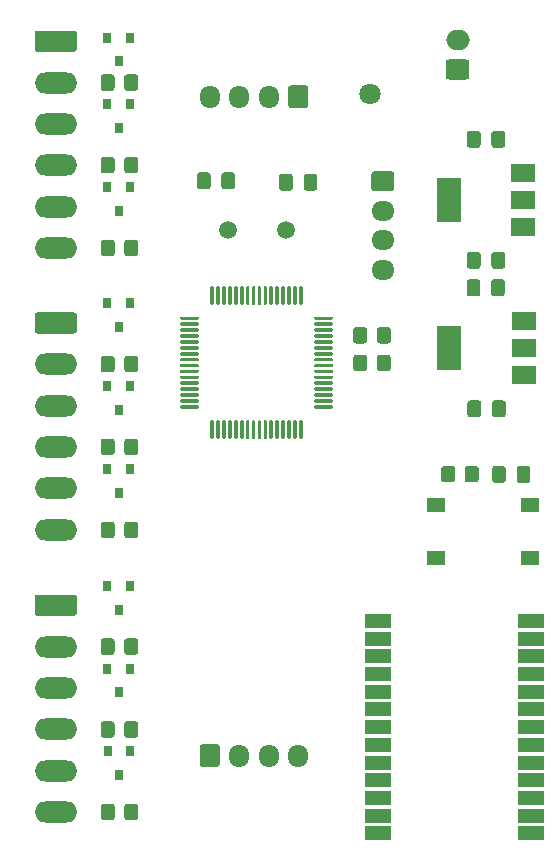
<source format=gbr>
G04 #@! TF.GenerationSoftware,KiCad,Pcbnew,5.1.9*
G04 #@! TF.CreationDate,2021-03-06T22:13:27+08:00*
G04 #@! TF.ProjectId,LaserSwitch-Master,4c617365-7253-4776-9974-63682d4d6173,rev?*
G04 #@! TF.SameCoordinates,Original*
G04 #@! TF.FileFunction,Soldermask,Top*
G04 #@! TF.FilePolarity,Negative*
%FSLAX46Y46*%
G04 Gerber Fmt 4.6, Leading zero omitted, Abs format (unit mm)*
G04 Created by KiCad (PCBNEW 5.1.9) date 2021-03-06 22:13:27*
%MOMM*%
%LPD*%
G01*
G04 APERTURE LIST*
%ADD10C,1.800000*%
%ADD11O,2.000000X1.700000*%
%ADD12C,1.500000*%
%ADD13R,2.200000X1.200000*%
%ADD14R,2.000000X1.500000*%
%ADD15R,2.000000X3.800000*%
%ADD16R,1.550000X1.300000*%
%ADD17R,0.800000X0.900000*%
%ADD18O,3.600000X1.800000*%
%ADD19O,1.700000X1.950000*%
%ADD20O,1.950000X1.700000*%
G04 APERTURE END LIST*
D10*
G04 #@! TO.C,TP1*
X136677400Y-72517000D03*
G04 #@! TD*
G04 #@! TO.C,R11*
G36*
G01*
X137280600Y-93388601D02*
X137280600Y-92488599D01*
G75*
G02*
X137530599Y-92238600I249999J0D01*
G01*
X138230601Y-92238600D01*
G75*
G02*
X138480600Y-92488599I0J-249999D01*
G01*
X138480600Y-93388601D01*
G75*
G02*
X138230601Y-93638600I-249999J0D01*
G01*
X137530599Y-93638600D01*
G75*
G02*
X137280600Y-93388601I0J249999D01*
G01*
G37*
G36*
G01*
X135280600Y-93388601D02*
X135280600Y-92488599D01*
G75*
G02*
X135530599Y-92238600I249999J0D01*
G01*
X136230601Y-92238600D01*
G75*
G02*
X136480600Y-92488599I0J-249999D01*
G01*
X136480600Y-93388601D01*
G75*
G02*
X136230601Y-93638600I-249999J0D01*
G01*
X135530599Y-93638600D01*
G75*
G02*
X135280600Y-93388601I0J249999D01*
G01*
G37*
G04 #@! TD*
D11*
G04 #@! TO.C,J7*
X144119600Y-67934200D03*
G36*
G01*
X144869600Y-71284200D02*
X143369600Y-71284200D01*
G75*
G02*
X143119600Y-71034200I0J250000D01*
G01*
X143119600Y-69834200D01*
G75*
G02*
X143369600Y-69584200I250000J0D01*
G01*
X144869600Y-69584200D01*
G75*
G02*
X145119600Y-69834200I0J-250000D01*
G01*
X145119600Y-71034200D01*
G75*
G02*
X144869600Y-71284200I-250000J0D01*
G01*
G37*
G04 #@! TD*
G04 #@! TO.C,R12*
G36*
G01*
X136480600Y-94825399D02*
X136480600Y-95725401D01*
G75*
G02*
X136230601Y-95975400I-249999J0D01*
G01*
X135530599Y-95975400D01*
G75*
G02*
X135280600Y-95725401I0J249999D01*
G01*
X135280600Y-94825399D01*
G75*
G02*
X135530599Y-94575400I249999J0D01*
G01*
X136230601Y-94575400D01*
G75*
G02*
X136480600Y-94825399I0J-249999D01*
G01*
G37*
G36*
G01*
X138480600Y-94825399D02*
X138480600Y-95725401D01*
G75*
G02*
X138230601Y-95975400I-249999J0D01*
G01*
X137530599Y-95975400D01*
G75*
G02*
X137280600Y-95725401I0J249999D01*
G01*
X137280600Y-94825399D01*
G75*
G02*
X137530599Y-94575400I249999J0D01*
G01*
X138230601Y-94575400D01*
G75*
G02*
X138480600Y-94825399I0J-249999D01*
G01*
G37*
G04 #@! TD*
D12*
G04 #@! TO.C,Y1*
X124710800Y-84023200D03*
X129590800Y-84023200D03*
G04 #@! TD*
G04 #@! TO.C,U4*
G36*
G01*
X132076600Y-91350000D02*
X133476600Y-91350000D01*
G75*
G02*
X133551600Y-91425000I0J-75000D01*
G01*
X133551600Y-91575000D01*
G75*
G02*
X133476600Y-91650000I-75000J0D01*
G01*
X132076600Y-91650000D01*
G75*
G02*
X132001600Y-91575000I0J75000D01*
G01*
X132001600Y-91425000D01*
G75*
G02*
X132076600Y-91350000I75000J0D01*
G01*
G37*
G36*
G01*
X132076600Y-91850000D02*
X133476600Y-91850000D01*
G75*
G02*
X133551600Y-91925000I0J-75000D01*
G01*
X133551600Y-92075000D01*
G75*
G02*
X133476600Y-92150000I-75000J0D01*
G01*
X132076600Y-92150000D01*
G75*
G02*
X132001600Y-92075000I0J75000D01*
G01*
X132001600Y-91925000D01*
G75*
G02*
X132076600Y-91850000I75000J0D01*
G01*
G37*
G36*
G01*
X132076600Y-92350000D02*
X133476600Y-92350000D01*
G75*
G02*
X133551600Y-92425000I0J-75000D01*
G01*
X133551600Y-92575000D01*
G75*
G02*
X133476600Y-92650000I-75000J0D01*
G01*
X132076600Y-92650000D01*
G75*
G02*
X132001600Y-92575000I0J75000D01*
G01*
X132001600Y-92425000D01*
G75*
G02*
X132076600Y-92350000I75000J0D01*
G01*
G37*
G36*
G01*
X132076600Y-92850000D02*
X133476600Y-92850000D01*
G75*
G02*
X133551600Y-92925000I0J-75000D01*
G01*
X133551600Y-93075000D01*
G75*
G02*
X133476600Y-93150000I-75000J0D01*
G01*
X132076600Y-93150000D01*
G75*
G02*
X132001600Y-93075000I0J75000D01*
G01*
X132001600Y-92925000D01*
G75*
G02*
X132076600Y-92850000I75000J0D01*
G01*
G37*
G36*
G01*
X132076600Y-93350000D02*
X133476600Y-93350000D01*
G75*
G02*
X133551600Y-93425000I0J-75000D01*
G01*
X133551600Y-93575000D01*
G75*
G02*
X133476600Y-93650000I-75000J0D01*
G01*
X132076600Y-93650000D01*
G75*
G02*
X132001600Y-93575000I0J75000D01*
G01*
X132001600Y-93425000D01*
G75*
G02*
X132076600Y-93350000I75000J0D01*
G01*
G37*
G36*
G01*
X132076600Y-93850000D02*
X133476600Y-93850000D01*
G75*
G02*
X133551600Y-93925000I0J-75000D01*
G01*
X133551600Y-94075000D01*
G75*
G02*
X133476600Y-94150000I-75000J0D01*
G01*
X132076600Y-94150000D01*
G75*
G02*
X132001600Y-94075000I0J75000D01*
G01*
X132001600Y-93925000D01*
G75*
G02*
X132076600Y-93850000I75000J0D01*
G01*
G37*
G36*
G01*
X132076600Y-94350000D02*
X133476600Y-94350000D01*
G75*
G02*
X133551600Y-94425000I0J-75000D01*
G01*
X133551600Y-94575000D01*
G75*
G02*
X133476600Y-94650000I-75000J0D01*
G01*
X132076600Y-94650000D01*
G75*
G02*
X132001600Y-94575000I0J75000D01*
G01*
X132001600Y-94425000D01*
G75*
G02*
X132076600Y-94350000I75000J0D01*
G01*
G37*
G36*
G01*
X132076600Y-94850000D02*
X133476600Y-94850000D01*
G75*
G02*
X133551600Y-94925000I0J-75000D01*
G01*
X133551600Y-95075000D01*
G75*
G02*
X133476600Y-95150000I-75000J0D01*
G01*
X132076600Y-95150000D01*
G75*
G02*
X132001600Y-95075000I0J75000D01*
G01*
X132001600Y-94925000D01*
G75*
G02*
X132076600Y-94850000I75000J0D01*
G01*
G37*
G36*
G01*
X132076600Y-95350000D02*
X133476600Y-95350000D01*
G75*
G02*
X133551600Y-95425000I0J-75000D01*
G01*
X133551600Y-95575000D01*
G75*
G02*
X133476600Y-95650000I-75000J0D01*
G01*
X132076600Y-95650000D01*
G75*
G02*
X132001600Y-95575000I0J75000D01*
G01*
X132001600Y-95425000D01*
G75*
G02*
X132076600Y-95350000I75000J0D01*
G01*
G37*
G36*
G01*
X132076600Y-95850000D02*
X133476600Y-95850000D01*
G75*
G02*
X133551600Y-95925000I0J-75000D01*
G01*
X133551600Y-96075000D01*
G75*
G02*
X133476600Y-96150000I-75000J0D01*
G01*
X132076600Y-96150000D01*
G75*
G02*
X132001600Y-96075000I0J75000D01*
G01*
X132001600Y-95925000D01*
G75*
G02*
X132076600Y-95850000I75000J0D01*
G01*
G37*
G36*
G01*
X132076600Y-96350000D02*
X133476600Y-96350000D01*
G75*
G02*
X133551600Y-96425000I0J-75000D01*
G01*
X133551600Y-96575000D01*
G75*
G02*
X133476600Y-96650000I-75000J0D01*
G01*
X132076600Y-96650000D01*
G75*
G02*
X132001600Y-96575000I0J75000D01*
G01*
X132001600Y-96425000D01*
G75*
G02*
X132076600Y-96350000I75000J0D01*
G01*
G37*
G36*
G01*
X132076600Y-96850000D02*
X133476600Y-96850000D01*
G75*
G02*
X133551600Y-96925000I0J-75000D01*
G01*
X133551600Y-97075000D01*
G75*
G02*
X133476600Y-97150000I-75000J0D01*
G01*
X132076600Y-97150000D01*
G75*
G02*
X132001600Y-97075000I0J75000D01*
G01*
X132001600Y-96925000D01*
G75*
G02*
X132076600Y-96850000I75000J0D01*
G01*
G37*
G36*
G01*
X132076600Y-97350000D02*
X133476600Y-97350000D01*
G75*
G02*
X133551600Y-97425000I0J-75000D01*
G01*
X133551600Y-97575000D01*
G75*
G02*
X133476600Y-97650000I-75000J0D01*
G01*
X132076600Y-97650000D01*
G75*
G02*
X132001600Y-97575000I0J75000D01*
G01*
X132001600Y-97425000D01*
G75*
G02*
X132076600Y-97350000I75000J0D01*
G01*
G37*
G36*
G01*
X132076600Y-97850000D02*
X133476600Y-97850000D01*
G75*
G02*
X133551600Y-97925000I0J-75000D01*
G01*
X133551600Y-98075000D01*
G75*
G02*
X133476600Y-98150000I-75000J0D01*
G01*
X132076600Y-98150000D01*
G75*
G02*
X132001600Y-98075000I0J75000D01*
G01*
X132001600Y-97925000D01*
G75*
G02*
X132076600Y-97850000I75000J0D01*
G01*
G37*
G36*
G01*
X132076600Y-98350000D02*
X133476600Y-98350000D01*
G75*
G02*
X133551600Y-98425000I0J-75000D01*
G01*
X133551600Y-98575000D01*
G75*
G02*
X133476600Y-98650000I-75000J0D01*
G01*
X132076600Y-98650000D01*
G75*
G02*
X132001600Y-98575000I0J75000D01*
G01*
X132001600Y-98425000D01*
G75*
G02*
X132076600Y-98350000I75000J0D01*
G01*
G37*
G36*
G01*
X132076600Y-98850000D02*
X133476600Y-98850000D01*
G75*
G02*
X133551600Y-98925000I0J-75000D01*
G01*
X133551600Y-99075000D01*
G75*
G02*
X133476600Y-99150000I-75000J0D01*
G01*
X132076600Y-99150000D01*
G75*
G02*
X132001600Y-99075000I0J75000D01*
G01*
X132001600Y-98925000D01*
G75*
G02*
X132076600Y-98850000I75000J0D01*
G01*
G37*
G36*
G01*
X130776600Y-100150000D02*
X130926600Y-100150000D01*
G75*
G02*
X131001600Y-100225000I0J-75000D01*
G01*
X131001600Y-101625000D01*
G75*
G02*
X130926600Y-101700000I-75000J0D01*
G01*
X130776600Y-101700000D01*
G75*
G02*
X130701600Y-101625000I0J75000D01*
G01*
X130701600Y-100225000D01*
G75*
G02*
X130776600Y-100150000I75000J0D01*
G01*
G37*
G36*
G01*
X130276600Y-100150000D02*
X130426600Y-100150000D01*
G75*
G02*
X130501600Y-100225000I0J-75000D01*
G01*
X130501600Y-101625000D01*
G75*
G02*
X130426600Y-101700000I-75000J0D01*
G01*
X130276600Y-101700000D01*
G75*
G02*
X130201600Y-101625000I0J75000D01*
G01*
X130201600Y-100225000D01*
G75*
G02*
X130276600Y-100150000I75000J0D01*
G01*
G37*
G36*
G01*
X129776600Y-100150000D02*
X129926600Y-100150000D01*
G75*
G02*
X130001600Y-100225000I0J-75000D01*
G01*
X130001600Y-101625000D01*
G75*
G02*
X129926600Y-101700000I-75000J0D01*
G01*
X129776600Y-101700000D01*
G75*
G02*
X129701600Y-101625000I0J75000D01*
G01*
X129701600Y-100225000D01*
G75*
G02*
X129776600Y-100150000I75000J0D01*
G01*
G37*
G36*
G01*
X129276600Y-100150000D02*
X129426600Y-100150000D01*
G75*
G02*
X129501600Y-100225000I0J-75000D01*
G01*
X129501600Y-101625000D01*
G75*
G02*
X129426600Y-101700000I-75000J0D01*
G01*
X129276600Y-101700000D01*
G75*
G02*
X129201600Y-101625000I0J75000D01*
G01*
X129201600Y-100225000D01*
G75*
G02*
X129276600Y-100150000I75000J0D01*
G01*
G37*
G36*
G01*
X128776600Y-100150000D02*
X128926600Y-100150000D01*
G75*
G02*
X129001600Y-100225000I0J-75000D01*
G01*
X129001600Y-101625000D01*
G75*
G02*
X128926600Y-101700000I-75000J0D01*
G01*
X128776600Y-101700000D01*
G75*
G02*
X128701600Y-101625000I0J75000D01*
G01*
X128701600Y-100225000D01*
G75*
G02*
X128776600Y-100150000I75000J0D01*
G01*
G37*
G36*
G01*
X128276600Y-100150000D02*
X128426600Y-100150000D01*
G75*
G02*
X128501600Y-100225000I0J-75000D01*
G01*
X128501600Y-101625000D01*
G75*
G02*
X128426600Y-101700000I-75000J0D01*
G01*
X128276600Y-101700000D01*
G75*
G02*
X128201600Y-101625000I0J75000D01*
G01*
X128201600Y-100225000D01*
G75*
G02*
X128276600Y-100150000I75000J0D01*
G01*
G37*
G36*
G01*
X127776600Y-100150000D02*
X127926600Y-100150000D01*
G75*
G02*
X128001600Y-100225000I0J-75000D01*
G01*
X128001600Y-101625000D01*
G75*
G02*
X127926600Y-101700000I-75000J0D01*
G01*
X127776600Y-101700000D01*
G75*
G02*
X127701600Y-101625000I0J75000D01*
G01*
X127701600Y-100225000D01*
G75*
G02*
X127776600Y-100150000I75000J0D01*
G01*
G37*
G36*
G01*
X127276600Y-100150000D02*
X127426600Y-100150000D01*
G75*
G02*
X127501600Y-100225000I0J-75000D01*
G01*
X127501600Y-101625000D01*
G75*
G02*
X127426600Y-101700000I-75000J0D01*
G01*
X127276600Y-101700000D01*
G75*
G02*
X127201600Y-101625000I0J75000D01*
G01*
X127201600Y-100225000D01*
G75*
G02*
X127276600Y-100150000I75000J0D01*
G01*
G37*
G36*
G01*
X126776600Y-100150000D02*
X126926600Y-100150000D01*
G75*
G02*
X127001600Y-100225000I0J-75000D01*
G01*
X127001600Y-101625000D01*
G75*
G02*
X126926600Y-101700000I-75000J0D01*
G01*
X126776600Y-101700000D01*
G75*
G02*
X126701600Y-101625000I0J75000D01*
G01*
X126701600Y-100225000D01*
G75*
G02*
X126776600Y-100150000I75000J0D01*
G01*
G37*
G36*
G01*
X126276600Y-100150000D02*
X126426600Y-100150000D01*
G75*
G02*
X126501600Y-100225000I0J-75000D01*
G01*
X126501600Y-101625000D01*
G75*
G02*
X126426600Y-101700000I-75000J0D01*
G01*
X126276600Y-101700000D01*
G75*
G02*
X126201600Y-101625000I0J75000D01*
G01*
X126201600Y-100225000D01*
G75*
G02*
X126276600Y-100150000I75000J0D01*
G01*
G37*
G36*
G01*
X125776600Y-100150000D02*
X125926600Y-100150000D01*
G75*
G02*
X126001600Y-100225000I0J-75000D01*
G01*
X126001600Y-101625000D01*
G75*
G02*
X125926600Y-101700000I-75000J0D01*
G01*
X125776600Y-101700000D01*
G75*
G02*
X125701600Y-101625000I0J75000D01*
G01*
X125701600Y-100225000D01*
G75*
G02*
X125776600Y-100150000I75000J0D01*
G01*
G37*
G36*
G01*
X125276600Y-100150000D02*
X125426600Y-100150000D01*
G75*
G02*
X125501600Y-100225000I0J-75000D01*
G01*
X125501600Y-101625000D01*
G75*
G02*
X125426600Y-101700000I-75000J0D01*
G01*
X125276600Y-101700000D01*
G75*
G02*
X125201600Y-101625000I0J75000D01*
G01*
X125201600Y-100225000D01*
G75*
G02*
X125276600Y-100150000I75000J0D01*
G01*
G37*
G36*
G01*
X124776600Y-100150000D02*
X124926600Y-100150000D01*
G75*
G02*
X125001600Y-100225000I0J-75000D01*
G01*
X125001600Y-101625000D01*
G75*
G02*
X124926600Y-101700000I-75000J0D01*
G01*
X124776600Y-101700000D01*
G75*
G02*
X124701600Y-101625000I0J75000D01*
G01*
X124701600Y-100225000D01*
G75*
G02*
X124776600Y-100150000I75000J0D01*
G01*
G37*
G36*
G01*
X124276600Y-100150000D02*
X124426600Y-100150000D01*
G75*
G02*
X124501600Y-100225000I0J-75000D01*
G01*
X124501600Y-101625000D01*
G75*
G02*
X124426600Y-101700000I-75000J0D01*
G01*
X124276600Y-101700000D01*
G75*
G02*
X124201600Y-101625000I0J75000D01*
G01*
X124201600Y-100225000D01*
G75*
G02*
X124276600Y-100150000I75000J0D01*
G01*
G37*
G36*
G01*
X123776600Y-100150000D02*
X123926600Y-100150000D01*
G75*
G02*
X124001600Y-100225000I0J-75000D01*
G01*
X124001600Y-101625000D01*
G75*
G02*
X123926600Y-101700000I-75000J0D01*
G01*
X123776600Y-101700000D01*
G75*
G02*
X123701600Y-101625000I0J75000D01*
G01*
X123701600Y-100225000D01*
G75*
G02*
X123776600Y-100150000I75000J0D01*
G01*
G37*
G36*
G01*
X123276600Y-100150000D02*
X123426600Y-100150000D01*
G75*
G02*
X123501600Y-100225000I0J-75000D01*
G01*
X123501600Y-101625000D01*
G75*
G02*
X123426600Y-101700000I-75000J0D01*
G01*
X123276600Y-101700000D01*
G75*
G02*
X123201600Y-101625000I0J75000D01*
G01*
X123201600Y-100225000D01*
G75*
G02*
X123276600Y-100150000I75000J0D01*
G01*
G37*
G36*
G01*
X120726600Y-98850000D02*
X122126600Y-98850000D01*
G75*
G02*
X122201600Y-98925000I0J-75000D01*
G01*
X122201600Y-99075000D01*
G75*
G02*
X122126600Y-99150000I-75000J0D01*
G01*
X120726600Y-99150000D01*
G75*
G02*
X120651600Y-99075000I0J75000D01*
G01*
X120651600Y-98925000D01*
G75*
G02*
X120726600Y-98850000I75000J0D01*
G01*
G37*
G36*
G01*
X120726600Y-98350000D02*
X122126600Y-98350000D01*
G75*
G02*
X122201600Y-98425000I0J-75000D01*
G01*
X122201600Y-98575000D01*
G75*
G02*
X122126600Y-98650000I-75000J0D01*
G01*
X120726600Y-98650000D01*
G75*
G02*
X120651600Y-98575000I0J75000D01*
G01*
X120651600Y-98425000D01*
G75*
G02*
X120726600Y-98350000I75000J0D01*
G01*
G37*
G36*
G01*
X120726600Y-97850000D02*
X122126600Y-97850000D01*
G75*
G02*
X122201600Y-97925000I0J-75000D01*
G01*
X122201600Y-98075000D01*
G75*
G02*
X122126600Y-98150000I-75000J0D01*
G01*
X120726600Y-98150000D01*
G75*
G02*
X120651600Y-98075000I0J75000D01*
G01*
X120651600Y-97925000D01*
G75*
G02*
X120726600Y-97850000I75000J0D01*
G01*
G37*
G36*
G01*
X120726600Y-97350000D02*
X122126600Y-97350000D01*
G75*
G02*
X122201600Y-97425000I0J-75000D01*
G01*
X122201600Y-97575000D01*
G75*
G02*
X122126600Y-97650000I-75000J0D01*
G01*
X120726600Y-97650000D01*
G75*
G02*
X120651600Y-97575000I0J75000D01*
G01*
X120651600Y-97425000D01*
G75*
G02*
X120726600Y-97350000I75000J0D01*
G01*
G37*
G36*
G01*
X120726600Y-96850000D02*
X122126600Y-96850000D01*
G75*
G02*
X122201600Y-96925000I0J-75000D01*
G01*
X122201600Y-97075000D01*
G75*
G02*
X122126600Y-97150000I-75000J0D01*
G01*
X120726600Y-97150000D01*
G75*
G02*
X120651600Y-97075000I0J75000D01*
G01*
X120651600Y-96925000D01*
G75*
G02*
X120726600Y-96850000I75000J0D01*
G01*
G37*
G36*
G01*
X120726600Y-96350000D02*
X122126600Y-96350000D01*
G75*
G02*
X122201600Y-96425000I0J-75000D01*
G01*
X122201600Y-96575000D01*
G75*
G02*
X122126600Y-96650000I-75000J0D01*
G01*
X120726600Y-96650000D01*
G75*
G02*
X120651600Y-96575000I0J75000D01*
G01*
X120651600Y-96425000D01*
G75*
G02*
X120726600Y-96350000I75000J0D01*
G01*
G37*
G36*
G01*
X120726600Y-95850000D02*
X122126600Y-95850000D01*
G75*
G02*
X122201600Y-95925000I0J-75000D01*
G01*
X122201600Y-96075000D01*
G75*
G02*
X122126600Y-96150000I-75000J0D01*
G01*
X120726600Y-96150000D01*
G75*
G02*
X120651600Y-96075000I0J75000D01*
G01*
X120651600Y-95925000D01*
G75*
G02*
X120726600Y-95850000I75000J0D01*
G01*
G37*
G36*
G01*
X120726600Y-95350000D02*
X122126600Y-95350000D01*
G75*
G02*
X122201600Y-95425000I0J-75000D01*
G01*
X122201600Y-95575000D01*
G75*
G02*
X122126600Y-95650000I-75000J0D01*
G01*
X120726600Y-95650000D01*
G75*
G02*
X120651600Y-95575000I0J75000D01*
G01*
X120651600Y-95425000D01*
G75*
G02*
X120726600Y-95350000I75000J0D01*
G01*
G37*
G36*
G01*
X120726600Y-94850000D02*
X122126600Y-94850000D01*
G75*
G02*
X122201600Y-94925000I0J-75000D01*
G01*
X122201600Y-95075000D01*
G75*
G02*
X122126600Y-95150000I-75000J0D01*
G01*
X120726600Y-95150000D01*
G75*
G02*
X120651600Y-95075000I0J75000D01*
G01*
X120651600Y-94925000D01*
G75*
G02*
X120726600Y-94850000I75000J0D01*
G01*
G37*
G36*
G01*
X120726600Y-94350000D02*
X122126600Y-94350000D01*
G75*
G02*
X122201600Y-94425000I0J-75000D01*
G01*
X122201600Y-94575000D01*
G75*
G02*
X122126600Y-94650000I-75000J0D01*
G01*
X120726600Y-94650000D01*
G75*
G02*
X120651600Y-94575000I0J75000D01*
G01*
X120651600Y-94425000D01*
G75*
G02*
X120726600Y-94350000I75000J0D01*
G01*
G37*
G36*
G01*
X120726600Y-93850000D02*
X122126600Y-93850000D01*
G75*
G02*
X122201600Y-93925000I0J-75000D01*
G01*
X122201600Y-94075000D01*
G75*
G02*
X122126600Y-94150000I-75000J0D01*
G01*
X120726600Y-94150000D01*
G75*
G02*
X120651600Y-94075000I0J75000D01*
G01*
X120651600Y-93925000D01*
G75*
G02*
X120726600Y-93850000I75000J0D01*
G01*
G37*
G36*
G01*
X120726600Y-93350000D02*
X122126600Y-93350000D01*
G75*
G02*
X122201600Y-93425000I0J-75000D01*
G01*
X122201600Y-93575000D01*
G75*
G02*
X122126600Y-93650000I-75000J0D01*
G01*
X120726600Y-93650000D01*
G75*
G02*
X120651600Y-93575000I0J75000D01*
G01*
X120651600Y-93425000D01*
G75*
G02*
X120726600Y-93350000I75000J0D01*
G01*
G37*
G36*
G01*
X120726600Y-92850000D02*
X122126600Y-92850000D01*
G75*
G02*
X122201600Y-92925000I0J-75000D01*
G01*
X122201600Y-93075000D01*
G75*
G02*
X122126600Y-93150000I-75000J0D01*
G01*
X120726600Y-93150000D01*
G75*
G02*
X120651600Y-93075000I0J75000D01*
G01*
X120651600Y-92925000D01*
G75*
G02*
X120726600Y-92850000I75000J0D01*
G01*
G37*
G36*
G01*
X120726600Y-92350000D02*
X122126600Y-92350000D01*
G75*
G02*
X122201600Y-92425000I0J-75000D01*
G01*
X122201600Y-92575000D01*
G75*
G02*
X122126600Y-92650000I-75000J0D01*
G01*
X120726600Y-92650000D01*
G75*
G02*
X120651600Y-92575000I0J75000D01*
G01*
X120651600Y-92425000D01*
G75*
G02*
X120726600Y-92350000I75000J0D01*
G01*
G37*
G36*
G01*
X120726600Y-91850000D02*
X122126600Y-91850000D01*
G75*
G02*
X122201600Y-91925000I0J-75000D01*
G01*
X122201600Y-92075000D01*
G75*
G02*
X122126600Y-92150000I-75000J0D01*
G01*
X120726600Y-92150000D01*
G75*
G02*
X120651600Y-92075000I0J75000D01*
G01*
X120651600Y-91925000D01*
G75*
G02*
X120726600Y-91850000I75000J0D01*
G01*
G37*
G36*
G01*
X120726600Y-91350000D02*
X122126600Y-91350000D01*
G75*
G02*
X122201600Y-91425000I0J-75000D01*
G01*
X122201600Y-91575000D01*
G75*
G02*
X122126600Y-91650000I-75000J0D01*
G01*
X120726600Y-91650000D01*
G75*
G02*
X120651600Y-91575000I0J75000D01*
G01*
X120651600Y-91425000D01*
G75*
G02*
X120726600Y-91350000I75000J0D01*
G01*
G37*
G36*
G01*
X123276600Y-88800000D02*
X123426600Y-88800000D01*
G75*
G02*
X123501600Y-88875000I0J-75000D01*
G01*
X123501600Y-90275000D01*
G75*
G02*
X123426600Y-90350000I-75000J0D01*
G01*
X123276600Y-90350000D01*
G75*
G02*
X123201600Y-90275000I0J75000D01*
G01*
X123201600Y-88875000D01*
G75*
G02*
X123276600Y-88800000I75000J0D01*
G01*
G37*
G36*
G01*
X123776600Y-88800000D02*
X123926600Y-88800000D01*
G75*
G02*
X124001600Y-88875000I0J-75000D01*
G01*
X124001600Y-90275000D01*
G75*
G02*
X123926600Y-90350000I-75000J0D01*
G01*
X123776600Y-90350000D01*
G75*
G02*
X123701600Y-90275000I0J75000D01*
G01*
X123701600Y-88875000D01*
G75*
G02*
X123776600Y-88800000I75000J0D01*
G01*
G37*
G36*
G01*
X124276600Y-88800000D02*
X124426600Y-88800000D01*
G75*
G02*
X124501600Y-88875000I0J-75000D01*
G01*
X124501600Y-90275000D01*
G75*
G02*
X124426600Y-90350000I-75000J0D01*
G01*
X124276600Y-90350000D01*
G75*
G02*
X124201600Y-90275000I0J75000D01*
G01*
X124201600Y-88875000D01*
G75*
G02*
X124276600Y-88800000I75000J0D01*
G01*
G37*
G36*
G01*
X124776600Y-88800000D02*
X124926600Y-88800000D01*
G75*
G02*
X125001600Y-88875000I0J-75000D01*
G01*
X125001600Y-90275000D01*
G75*
G02*
X124926600Y-90350000I-75000J0D01*
G01*
X124776600Y-90350000D01*
G75*
G02*
X124701600Y-90275000I0J75000D01*
G01*
X124701600Y-88875000D01*
G75*
G02*
X124776600Y-88800000I75000J0D01*
G01*
G37*
G36*
G01*
X125276600Y-88800000D02*
X125426600Y-88800000D01*
G75*
G02*
X125501600Y-88875000I0J-75000D01*
G01*
X125501600Y-90275000D01*
G75*
G02*
X125426600Y-90350000I-75000J0D01*
G01*
X125276600Y-90350000D01*
G75*
G02*
X125201600Y-90275000I0J75000D01*
G01*
X125201600Y-88875000D01*
G75*
G02*
X125276600Y-88800000I75000J0D01*
G01*
G37*
G36*
G01*
X125776600Y-88800000D02*
X125926600Y-88800000D01*
G75*
G02*
X126001600Y-88875000I0J-75000D01*
G01*
X126001600Y-90275000D01*
G75*
G02*
X125926600Y-90350000I-75000J0D01*
G01*
X125776600Y-90350000D01*
G75*
G02*
X125701600Y-90275000I0J75000D01*
G01*
X125701600Y-88875000D01*
G75*
G02*
X125776600Y-88800000I75000J0D01*
G01*
G37*
G36*
G01*
X126276600Y-88800000D02*
X126426600Y-88800000D01*
G75*
G02*
X126501600Y-88875000I0J-75000D01*
G01*
X126501600Y-90275000D01*
G75*
G02*
X126426600Y-90350000I-75000J0D01*
G01*
X126276600Y-90350000D01*
G75*
G02*
X126201600Y-90275000I0J75000D01*
G01*
X126201600Y-88875000D01*
G75*
G02*
X126276600Y-88800000I75000J0D01*
G01*
G37*
G36*
G01*
X126776600Y-88800000D02*
X126926600Y-88800000D01*
G75*
G02*
X127001600Y-88875000I0J-75000D01*
G01*
X127001600Y-90275000D01*
G75*
G02*
X126926600Y-90350000I-75000J0D01*
G01*
X126776600Y-90350000D01*
G75*
G02*
X126701600Y-90275000I0J75000D01*
G01*
X126701600Y-88875000D01*
G75*
G02*
X126776600Y-88800000I75000J0D01*
G01*
G37*
G36*
G01*
X127276600Y-88800000D02*
X127426600Y-88800000D01*
G75*
G02*
X127501600Y-88875000I0J-75000D01*
G01*
X127501600Y-90275000D01*
G75*
G02*
X127426600Y-90350000I-75000J0D01*
G01*
X127276600Y-90350000D01*
G75*
G02*
X127201600Y-90275000I0J75000D01*
G01*
X127201600Y-88875000D01*
G75*
G02*
X127276600Y-88800000I75000J0D01*
G01*
G37*
G36*
G01*
X127776600Y-88800000D02*
X127926600Y-88800000D01*
G75*
G02*
X128001600Y-88875000I0J-75000D01*
G01*
X128001600Y-90275000D01*
G75*
G02*
X127926600Y-90350000I-75000J0D01*
G01*
X127776600Y-90350000D01*
G75*
G02*
X127701600Y-90275000I0J75000D01*
G01*
X127701600Y-88875000D01*
G75*
G02*
X127776600Y-88800000I75000J0D01*
G01*
G37*
G36*
G01*
X128276600Y-88800000D02*
X128426600Y-88800000D01*
G75*
G02*
X128501600Y-88875000I0J-75000D01*
G01*
X128501600Y-90275000D01*
G75*
G02*
X128426600Y-90350000I-75000J0D01*
G01*
X128276600Y-90350000D01*
G75*
G02*
X128201600Y-90275000I0J75000D01*
G01*
X128201600Y-88875000D01*
G75*
G02*
X128276600Y-88800000I75000J0D01*
G01*
G37*
G36*
G01*
X128776600Y-88800000D02*
X128926600Y-88800000D01*
G75*
G02*
X129001600Y-88875000I0J-75000D01*
G01*
X129001600Y-90275000D01*
G75*
G02*
X128926600Y-90350000I-75000J0D01*
G01*
X128776600Y-90350000D01*
G75*
G02*
X128701600Y-90275000I0J75000D01*
G01*
X128701600Y-88875000D01*
G75*
G02*
X128776600Y-88800000I75000J0D01*
G01*
G37*
G36*
G01*
X129276600Y-88800000D02*
X129426600Y-88800000D01*
G75*
G02*
X129501600Y-88875000I0J-75000D01*
G01*
X129501600Y-90275000D01*
G75*
G02*
X129426600Y-90350000I-75000J0D01*
G01*
X129276600Y-90350000D01*
G75*
G02*
X129201600Y-90275000I0J75000D01*
G01*
X129201600Y-88875000D01*
G75*
G02*
X129276600Y-88800000I75000J0D01*
G01*
G37*
G36*
G01*
X129776600Y-88800000D02*
X129926600Y-88800000D01*
G75*
G02*
X130001600Y-88875000I0J-75000D01*
G01*
X130001600Y-90275000D01*
G75*
G02*
X129926600Y-90350000I-75000J0D01*
G01*
X129776600Y-90350000D01*
G75*
G02*
X129701600Y-90275000I0J75000D01*
G01*
X129701600Y-88875000D01*
G75*
G02*
X129776600Y-88800000I75000J0D01*
G01*
G37*
G36*
G01*
X130276600Y-88800000D02*
X130426600Y-88800000D01*
G75*
G02*
X130501600Y-88875000I0J-75000D01*
G01*
X130501600Y-90275000D01*
G75*
G02*
X130426600Y-90350000I-75000J0D01*
G01*
X130276600Y-90350000D01*
G75*
G02*
X130201600Y-90275000I0J75000D01*
G01*
X130201600Y-88875000D01*
G75*
G02*
X130276600Y-88800000I75000J0D01*
G01*
G37*
G36*
G01*
X130776600Y-88800000D02*
X130926600Y-88800000D01*
G75*
G02*
X131001600Y-88875000I0J-75000D01*
G01*
X131001600Y-90275000D01*
G75*
G02*
X130926600Y-90350000I-75000J0D01*
G01*
X130776600Y-90350000D01*
G75*
G02*
X130701600Y-90275000I0J75000D01*
G01*
X130701600Y-88875000D01*
G75*
G02*
X130776600Y-88800000I75000J0D01*
G01*
G37*
G04 #@! TD*
D13*
G04 #@! TO.C,U3*
X150365600Y-117111000D03*
X137365600Y-117111000D03*
X150365600Y-118611000D03*
X137365600Y-118611000D03*
X150365600Y-120111000D03*
X137365600Y-120111000D03*
X150365600Y-121611000D03*
X137365600Y-121611000D03*
X150365600Y-123111000D03*
X137365600Y-123111000D03*
X150365600Y-124611000D03*
X137365600Y-124611000D03*
X150365600Y-126111000D03*
X137365600Y-126111000D03*
X150365600Y-127611000D03*
X137365600Y-127611000D03*
X150365600Y-129111000D03*
X137365600Y-129111000D03*
X150365600Y-130611000D03*
X137365600Y-130611000D03*
X150365600Y-132111000D03*
X137365600Y-132111000D03*
X150365600Y-133611000D03*
X137365600Y-133611000D03*
X150365600Y-135111000D03*
X137365600Y-135111000D03*
G04 #@! TD*
D14*
G04 #@! TO.C,U2*
X149733400Y-96340200D03*
X149733400Y-91740200D03*
X149733400Y-94040200D03*
D15*
X143433400Y-94040200D03*
G04 #@! TD*
D14*
G04 #@! TO.C,U1*
X149682600Y-83773800D03*
X149682600Y-79173800D03*
X149682600Y-81473800D03*
D15*
X143382600Y-81473800D03*
G04 #@! TD*
D16*
G04 #@! TO.C,SW1*
X150233600Y-111824600D03*
X150233600Y-107324600D03*
X142273600Y-107324600D03*
X142273600Y-111824600D03*
G04 #@! TD*
G04 #@! TO.C,R10*
G36*
G01*
X115893800Y-133749201D02*
X115893800Y-132849199D01*
G75*
G02*
X116143799Y-132599200I249999J0D01*
G01*
X116843801Y-132599200D01*
G75*
G02*
X117093800Y-132849199I0J-249999D01*
G01*
X117093800Y-133749201D01*
G75*
G02*
X116843801Y-133999200I-249999J0D01*
G01*
X116143799Y-133999200D01*
G75*
G02*
X115893800Y-133749201I0J249999D01*
G01*
G37*
G36*
G01*
X113893800Y-133749201D02*
X113893800Y-132849199D01*
G75*
G02*
X114143799Y-132599200I249999J0D01*
G01*
X114843801Y-132599200D01*
G75*
G02*
X115093800Y-132849199I0J-249999D01*
G01*
X115093800Y-133749201D01*
G75*
G02*
X114843801Y-133999200I-249999J0D01*
G01*
X114143799Y-133999200D01*
G75*
G02*
X113893800Y-133749201I0J249999D01*
G01*
G37*
G04 #@! TD*
G04 #@! TO.C,R9*
G36*
G01*
X115893800Y-126764201D02*
X115893800Y-125864199D01*
G75*
G02*
X116143799Y-125614200I249999J0D01*
G01*
X116843801Y-125614200D01*
G75*
G02*
X117093800Y-125864199I0J-249999D01*
G01*
X117093800Y-126764201D01*
G75*
G02*
X116843801Y-127014200I-249999J0D01*
G01*
X116143799Y-127014200D01*
G75*
G02*
X115893800Y-126764201I0J249999D01*
G01*
G37*
G36*
G01*
X113893800Y-126764201D02*
X113893800Y-125864199D01*
G75*
G02*
X114143799Y-125614200I249999J0D01*
G01*
X114843801Y-125614200D01*
G75*
G02*
X115093800Y-125864199I0J-249999D01*
G01*
X115093800Y-126764201D01*
G75*
G02*
X114843801Y-127014200I-249999J0D01*
G01*
X114143799Y-127014200D01*
G75*
G02*
X113893800Y-126764201I0J249999D01*
G01*
G37*
G04 #@! TD*
G04 #@! TO.C,R8*
G36*
G01*
X115893800Y-119753801D02*
X115893800Y-118853799D01*
G75*
G02*
X116143799Y-118603800I249999J0D01*
G01*
X116843801Y-118603800D01*
G75*
G02*
X117093800Y-118853799I0J-249999D01*
G01*
X117093800Y-119753801D01*
G75*
G02*
X116843801Y-120003800I-249999J0D01*
G01*
X116143799Y-120003800D01*
G75*
G02*
X115893800Y-119753801I0J249999D01*
G01*
G37*
G36*
G01*
X113893800Y-119753801D02*
X113893800Y-118853799D01*
G75*
G02*
X114143799Y-118603800I249999J0D01*
G01*
X114843801Y-118603800D01*
G75*
G02*
X115093800Y-118853799I0J-249999D01*
G01*
X115093800Y-119753801D01*
G75*
G02*
X114843801Y-120003800I-249999J0D01*
G01*
X114143799Y-120003800D01*
G75*
G02*
X113893800Y-119753801I0J249999D01*
G01*
G37*
G04 #@! TD*
G04 #@! TO.C,R7*
G36*
G01*
X115893800Y-109873201D02*
X115893800Y-108973199D01*
G75*
G02*
X116143799Y-108723200I249999J0D01*
G01*
X116843801Y-108723200D01*
G75*
G02*
X117093800Y-108973199I0J-249999D01*
G01*
X117093800Y-109873201D01*
G75*
G02*
X116843801Y-110123200I-249999J0D01*
G01*
X116143799Y-110123200D01*
G75*
G02*
X115893800Y-109873201I0J249999D01*
G01*
G37*
G36*
G01*
X113893800Y-109873201D02*
X113893800Y-108973199D01*
G75*
G02*
X114143799Y-108723200I249999J0D01*
G01*
X114843801Y-108723200D01*
G75*
G02*
X115093800Y-108973199I0J-249999D01*
G01*
X115093800Y-109873201D01*
G75*
G02*
X114843801Y-110123200I-249999J0D01*
G01*
X114143799Y-110123200D01*
G75*
G02*
X113893800Y-109873201I0J249999D01*
G01*
G37*
G04 #@! TD*
G04 #@! TO.C,R6*
G36*
G01*
X115893800Y-102837401D02*
X115893800Y-101937399D01*
G75*
G02*
X116143799Y-101687400I249999J0D01*
G01*
X116843801Y-101687400D01*
G75*
G02*
X117093800Y-101937399I0J-249999D01*
G01*
X117093800Y-102837401D01*
G75*
G02*
X116843801Y-103087400I-249999J0D01*
G01*
X116143799Y-103087400D01*
G75*
G02*
X115893800Y-102837401I0J249999D01*
G01*
G37*
G36*
G01*
X113893800Y-102837401D02*
X113893800Y-101937399D01*
G75*
G02*
X114143799Y-101687400I249999J0D01*
G01*
X114843801Y-101687400D01*
G75*
G02*
X115093800Y-101937399I0J-249999D01*
G01*
X115093800Y-102837401D01*
G75*
G02*
X114843801Y-103087400I-249999J0D01*
G01*
X114143799Y-103087400D01*
G75*
G02*
X113893800Y-102837401I0J249999D01*
G01*
G37*
G04 #@! TD*
G04 #@! TO.C,R5*
G36*
G01*
X115893800Y-95827001D02*
X115893800Y-94926999D01*
G75*
G02*
X116143799Y-94677000I249999J0D01*
G01*
X116843801Y-94677000D01*
G75*
G02*
X117093800Y-94926999I0J-249999D01*
G01*
X117093800Y-95827001D01*
G75*
G02*
X116843801Y-96077000I-249999J0D01*
G01*
X116143799Y-96077000D01*
G75*
G02*
X115893800Y-95827001I0J249999D01*
G01*
G37*
G36*
G01*
X113893800Y-95827001D02*
X113893800Y-94926999D01*
G75*
G02*
X114143799Y-94677000I249999J0D01*
G01*
X114843801Y-94677000D01*
G75*
G02*
X115093800Y-94926999I0J-249999D01*
G01*
X115093800Y-95827001D01*
G75*
G02*
X114843801Y-96077000I-249999J0D01*
G01*
X114143799Y-96077000D01*
G75*
G02*
X113893800Y-95827001I0J249999D01*
G01*
G37*
G04 #@! TD*
G04 #@! TO.C,R4*
G36*
G01*
X115893800Y-85997201D02*
X115893800Y-85097199D01*
G75*
G02*
X116143799Y-84847200I249999J0D01*
G01*
X116843801Y-84847200D01*
G75*
G02*
X117093800Y-85097199I0J-249999D01*
G01*
X117093800Y-85997201D01*
G75*
G02*
X116843801Y-86247200I-249999J0D01*
G01*
X116143799Y-86247200D01*
G75*
G02*
X115893800Y-85997201I0J249999D01*
G01*
G37*
G36*
G01*
X113893800Y-85997201D02*
X113893800Y-85097199D01*
G75*
G02*
X114143799Y-84847200I249999J0D01*
G01*
X114843801Y-84847200D01*
G75*
G02*
X115093800Y-85097199I0J-249999D01*
G01*
X115093800Y-85997201D01*
G75*
G02*
X114843801Y-86247200I-249999J0D01*
G01*
X114143799Y-86247200D01*
G75*
G02*
X113893800Y-85997201I0J249999D01*
G01*
G37*
G04 #@! TD*
G04 #@! TO.C,R3*
G36*
G01*
X115893800Y-78986801D02*
X115893800Y-78086799D01*
G75*
G02*
X116143799Y-77836800I249999J0D01*
G01*
X116843801Y-77836800D01*
G75*
G02*
X117093800Y-78086799I0J-249999D01*
G01*
X117093800Y-78986801D01*
G75*
G02*
X116843801Y-79236800I-249999J0D01*
G01*
X116143799Y-79236800D01*
G75*
G02*
X115893800Y-78986801I0J249999D01*
G01*
G37*
G36*
G01*
X113893800Y-78986801D02*
X113893800Y-78086799D01*
G75*
G02*
X114143799Y-77836800I249999J0D01*
G01*
X114843801Y-77836800D01*
G75*
G02*
X115093800Y-78086799I0J-249999D01*
G01*
X115093800Y-78986801D01*
G75*
G02*
X114843801Y-79236800I-249999J0D01*
G01*
X114143799Y-79236800D01*
G75*
G02*
X113893800Y-78986801I0J249999D01*
G01*
G37*
G04 #@! TD*
G04 #@! TO.C,R2*
G36*
G01*
X115893800Y-72001801D02*
X115893800Y-71101799D01*
G75*
G02*
X116143799Y-70851800I249999J0D01*
G01*
X116843801Y-70851800D01*
G75*
G02*
X117093800Y-71101799I0J-249999D01*
G01*
X117093800Y-72001801D01*
G75*
G02*
X116843801Y-72251800I-249999J0D01*
G01*
X116143799Y-72251800D01*
G75*
G02*
X115893800Y-72001801I0J249999D01*
G01*
G37*
G36*
G01*
X113893800Y-72001801D02*
X113893800Y-71101799D01*
G75*
G02*
X114143799Y-70851800I249999J0D01*
G01*
X114843801Y-70851800D01*
G75*
G02*
X115093800Y-71101799I0J-249999D01*
G01*
X115093800Y-72001801D01*
G75*
G02*
X114843801Y-72251800I-249999J0D01*
G01*
X114143799Y-72251800D01*
G75*
G02*
X113893800Y-72001801I0J249999D01*
G01*
G37*
G04 #@! TD*
G04 #@! TO.C,R1*
G36*
G01*
X144722800Y-105148801D02*
X144722800Y-104248799D01*
G75*
G02*
X144972799Y-103998800I249999J0D01*
G01*
X145672801Y-103998800D01*
G75*
G02*
X145922800Y-104248799I0J-249999D01*
G01*
X145922800Y-105148801D01*
G75*
G02*
X145672801Y-105398800I-249999J0D01*
G01*
X144972799Y-105398800D01*
G75*
G02*
X144722800Y-105148801I0J249999D01*
G01*
G37*
G36*
G01*
X142722800Y-105148801D02*
X142722800Y-104248799D01*
G75*
G02*
X142972799Y-103998800I249999J0D01*
G01*
X143672801Y-103998800D01*
G75*
G02*
X143922800Y-104248799I0J-249999D01*
G01*
X143922800Y-105148801D01*
G75*
G02*
X143672801Y-105398800I-249999J0D01*
G01*
X142972799Y-105398800D01*
G75*
G02*
X142722800Y-105148801I0J249999D01*
G01*
G37*
G04 #@! TD*
D17*
G04 #@! TO.C,Q9*
X115443000Y-130159000D03*
X114493000Y-128159000D03*
X116393000Y-128159000D03*
G04 #@! TD*
G04 #@! TO.C,Q8*
X115417600Y-123174000D03*
X114467600Y-121174000D03*
X116367600Y-121174000D03*
G04 #@! TD*
G04 #@! TO.C,Q7*
X115417600Y-116163600D03*
X114467600Y-114163600D03*
X116367600Y-114163600D03*
G04 #@! TD*
G04 #@! TO.C,Q6*
X115417600Y-106283000D03*
X114467600Y-104283000D03*
X116367600Y-104283000D03*
G04 #@! TD*
G04 #@! TO.C,Q5*
X115417600Y-99247200D03*
X114467600Y-97247200D03*
X116367600Y-97247200D03*
G04 #@! TD*
G04 #@! TO.C,Q4*
X115417600Y-92236800D03*
X114467600Y-90236800D03*
X116367600Y-90236800D03*
G04 #@! TD*
G04 #@! TO.C,Q3*
X115417600Y-82407000D03*
X114467600Y-80407000D03*
X116367600Y-80407000D03*
G04 #@! TD*
G04 #@! TO.C,Q2*
X115417600Y-75396600D03*
X114467600Y-73396600D03*
X116367600Y-73396600D03*
G04 #@! TD*
G04 #@! TO.C,Q1*
X115417600Y-69732400D03*
X114467600Y-67732400D03*
X116367600Y-67732400D03*
G04 #@! TD*
D18*
G04 #@! TO.C,J6*
X110109000Y-133298600D03*
X110109000Y-129798600D03*
X110109000Y-126298600D03*
X110109000Y-122798600D03*
X110109000Y-119298600D03*
G36*
G01*
X108559000Y-114898600D02*
X111659000Y-114898600D01*
G75*
G02*
X111909000Y-115148600I0J-250000D01*
G01*
X111909000Y-116448600D01*
G75*
G02*
X111659000Y-116698600I-250000J0D01*
G01*
X108559000Y-116698600D01*
G75*
G02*
X108309000Y-116448600I0J250000D01*
G01*
X108309000Y-115148600D01*
G75*
G02*
X108559000Y-114898600I250000J0D01*
G01*
G37*
G04 #@! TD*
G04 #@! TO.C,J5*
X110109000Y-109397200D03*
X110109000Y-105897200D03*
X110109000Y-102397200D03*
X110109000Y-98897200D03*
X110109000Y-95397200D03*
G36*
G01*
X108559000Y-90997200D02*
X111659000Y-90997200D01*
G75*
G02*
X111909000Y-91247200I0J-250000D01*
G01*
X111909000Y-92547200D01*
G75*
G02*
X111659000Y-92797200I-250000J0D01*
G01*
X108559000Y-92797200D01*
G75*
G02*
X108309000Y-92547200I0J250000D01*
G01*
X108309000Y-91247200D01*
G75*
G02*
X108559000Y-90997200I250000J0D01*
G01*
G37*
G04 #@! TD*
G04 #@! TO.C,J4*
X110109000Y-85547200D03*
X110109000Y-82047200D03*
X110109000Y-78547200D03*
X110109000Y-75047200D03*
X110109000Y-71547200D03*
G36*
G01*
X108559000Y-67147200D02*
X111659000Y-67147200D01*
G75*
G02*
X111909000Y-67397200I0J-250000D01*
G01*
X111909000Y-68697200D01*
G75*
G02*
X111659000Y-68947200I-250000J0D01*
G01*
X108559000Y-68947200D01*
G75*
G02*
X108309000Y-68697200I0J250000D01*
G01*
X108309000Y-67397200D01*
G75*
G02*
X108559000Y-67147200I250000J0D01*
G01*
G37*
G04 #@! TD*
D19*
G04 #@! TO.C,J3*
X130639200Y-128524000D03*
X128139200Y-128524000D03*
X125639200Y-128524000D03*
G36*
G01*
X122289200Y-129249000D02*
X122289200Y-127799000D01*
G75*
G02*
X122539200Y-127549000I250000J0D01*
G01*
X123739200Y-127549000D01*
G75*
G02*
X123989200Y-127799000I0J-250000D01*
G01*
X123989200Y-129249000D01*
G75*
G02*
X123739200Y-129499000I-250000J0D01*
G01*
X122539200Y-129499000D01*
G75*
G02*
X122289200Y-129249000I0J250000D01*
G01*
G37*
G04 #@! TD*
D20*
G04 #@! TO.C,J2*
X137795000Y-87408400D03*
X137795000Y-84908400D03*
X137795000Y-82408400D03*
G36*
G01*
X137070000Y-79058400D02*
X138520000Y-79058400D01*
G75*
G02*
X138770000Y-79308400I0J-250000D01*
G01*
X138770000Y-80508400D01*
G75*
G02*
X138520000Y-80758400I-250000J0D01*
G01*
X137070000Y-80758400D01*
G75*
G02*
X136820000Y-80508400I0J250000D01*
G01*
X136820000Y-79308400D01*
G75*
G02*
X137070000Y-79058400I250000J0D01*
G01*
G37*
G04 #@! TD*
D19*
G04 #@! TO.C,J1*
X123132200Y-72745600D03*
X125632200Y-72745600D03*
X128132200Y-72745600D03*
G36*
G01*
X131482200Y-72020600D02*
X131482200Y-73470600D01*
G75*
G02*
X131232200Y-73720600I-250000J0D01*
G01*
X130032200Y-73720600D01*
G75*
G02*
X129782200Y-73470600I0J250000D01*
G01*
X129782200Y-72020600D01*
G75*
G02*
X130032200Y-71770600I250000J0D01*
G01*
X131232200Y-71770600D01*
G75*
G02*
X131482200Y-72020600I0J-250000D01*
G01*
G37*
G04 #@! TD*
G04 #@! TO.C,C12*
G36*
G01*
X149116200Y-105194600D02*
X149116200Y-104244600D01*
G75*
G02*
X149366200Y-103994600I250000J0D01*
G01*
X150041200Y-103994600D01*
G75*
G02*
X150291200Y-104244600I0J-250000D01*
G01*
X150291200Y-105194600D01*
G75*
G02*
X150041200Y-105444600I-250000J0D01*
G01*
X149366200Y-105444600D01*
G75*
G02*
X149116200Y-105194600I0J250000D01*
G01*
G37*
G36*
G01*
X147041200Y-105194600D02*
X147041200Y-104244600D01*
G75*
G02*
X147291200Y-103994600I250000J0D01*
G01*
X147966200Y-103994600D01*
G75*
G02*
X148216200Y-104244600I0J-250000D01*
G01*
X148216200Y-105194600D01*
G75*
G02*
X147966200Y-105444600I-250000J0D01*
G01*
X147291200Y-105444600D01*
G75*
G02*
X147041200Y-105194600I0J250000D01*
G01*
G37*
G04 #@! TD*
G04 #@! TO.C,C7*
G36*
G01*
X123222600Y-79382600D02*
X123222600Y-80332600D01*
G75*
G02*
X122972600Y-80582600I-250000J0D01*
G01*
X122297600Y-80582600D01*
G75*
G02*
X122047600Y-80332600I0J250000D01*
G01*
X122047600Y-79382600D01*
G75*
G02*
X122297600Y-79132600I250000J0D01*
G01*
X122972600Y-79132600D01*
G75*
G02*
X123222600Y-79382600I0J-250000D01*
G01*
G37*
G36*
G01*
X125297600Y-79382600D02*
X125297600Y-80332600D01*
G75*
G02*
X125047600Y-80582600I-250000J0D01*
G01*
X124372600Y-80582600D01*
G75*
G02*
X124122600Y-80332600I0J250000D01*
G01*
X124122600Y-79382600D01*
G75*
G02*
X124372600Y-79132600I250000J0D01*
G01*
X125047600Y-79132600D01*
G75*
G02*
X125297600Y-79382600I0J-250000D01*
G01*
G37*
G04 #@! TD*
G04 #@! TO.C,C6*
G36*
G01*
X131082200Y-80459600D02*
X131082200Y-79509600D01*
G75*
G02*
X131332200Y-79259600I250000J0D01*
G01*
X132007200Y-79259600D01*
G75*
G02*
X132257200Y-79509600I0J-250000D01*
G01*
X132257200Y-80459600D01*
G75*
G02*
X132007200Y-80709600I-250000J0D01*
G01*
X131332200Y-80709600D01*
G75*
G02*
X131082200Y-80459600I0J250000D01*
G01*
G37*
G36*
G01*
X129007200Y-80459600D02*
X129007200Y-79509600D01*
G75*
G02*
X129257200Y-79259600I250000J0D01*
G01*
X129932200Y-79259600D01*
G75*
G02*
X130182200Y-79509600I0J-250000D01*
G01*
X130182200Y-80459600D01*
G75*
G02*
X129932200Y-80709600I-250000J0D01*
G01*
X129257200Y-80709600D01*
G75*
G02*
X129007200Y-80459600I0J250000D01*
G01*
G37*
G04 #@! TD*
G04 #@! TO.C,C4*
G36*
G01*
X147033400Y-99636600D02*
X147033400Y-98686600D01*
G75*
G02*
X147283400Y-98436600I250000J0D01*
G01*
X147958400Y-98436600D01*
G75*
G02*
X148208400Y-98686600I0J-250000D01*
G01*
X148208400Y-99636600D01*
G75*
G02*
X147958400Y-99886600I-250000J0D01*
G01*
X147283400Y-99886600D01*
G75*
G02*
X147033400Y-99636600I0J250000D01*
G01*
G37*
G36*
G01*
X144958400Y-99636600D02*
X144958400Y-98686600D01*
G75*
G02*
X145208400Y-98436600I250000J0D01*
G01*
X145883400Y-98436600D01*
G75*
G02*
X146133400Y-98686600I0J-250000D01*
G01*
X146133400Y-99636600D01*
G75*
G02*
X145883400Y-99886600I-250000J0D01*
G01*
X145208400Y-99886600D01*
G75*
G02*
X144958400Y-99636600I0J250000D01*
G01*
G37*
G04 #@! TD*
G04 #@! TO.C,C3*
G36*
G01*
X146057200Y-88443800D02*
X146057200Y-89393800D01*
G75*
G02*
X145807200Y-89643800I-250000J0D01*
G01*
X145132200Y-89643800D01*
G75*
G02*
X144882200Y-89393800I0J250000D01*
G01*
X144882200Y-88443800D01*
G75*
G02*
X145132200Y-88193800I250000J0D01*
G01*
X145807200Y-88193800D01*
G75*
G02*
X146057200Y-88443800I0J-250000D01*
G01*
G37*
G36*
G01*
X148132200Y-88443800D02*
X148132200Y-89393800D01*
G75*
G02*
X147882200Y-89643800I-250000J0D01*
G01*
X147207200Y-89643800D01*
G75*
G02*
X146957200Y-89393800I0J250000D01*
G01*
X146957200Y-88443800D01*
G75*
G02*
X147207200Y-88193800I250000J0D01*
G01*
X147882200Y-88193800D01*
G75*
G02*
X148132200Y-88443800I0J-250000D01*
G01*
G37*
G04 #@! TD*
G04 #@! TO.C,C2*
G36*
G01*
X146982600Y-87070200D02*
X146982600Y-86120200D01*
G75*
G02*
X147232600Y-85870200I250000J0D01*
G01*
X147907600Y-85870200D01*
G75*
G02*
X148157600Y-86120200I0J-250000D01*
G01*
X148157600Y-87070200D01*
G75*
G02*
X147907600Y-87320200I-250000J0D01*
G01*
X147232600Y-87320200D01*
G75*
G02*
X146982600Y-87070200I0J250000D01*
G01*
G37*
G36*
G01*
X144907600Y-87070200D02*
X144907600Y-86120200D01*
G75*
G02*
X145157600Y-85870200I250000J0D01*
G01*
X145832600Y-85870200D01*
G75*
G02*
X146082600Y-86120200I0J-250000D01*
G01*
X146082600Y-87070200D01*
G75*
G02*
X145832600Y-87320200I-250000J0D01*
G01*
X145157600Y-87320200D01*
G75*
G02*
X144907600Y-87070200I0J250000D01*
G01*
G37*
G04 #@! TD*
G04 #@! TO.C,C1*
G36*
G01*
X146082600Y-75877400D02*
X146082600Y-76827400D01*
G75*
G02*
X145832600Y-77077400I-250000J0D01*
G01*
X145157600Y-77077400D01*
G75*
G02*
X144907600Y-76827400I0J250000D01*
G01*
X144907600Y-75877400D01*
G75*
G02*
X145157600Y-75627400I250000J0D01*
G01*
X145832600Y-75627400D01*
G75*
G02*
X146082600Y-75877400I0J-250000D01*
G01*
G37*
G36*
G01*
X148157600Y-75877400D02*
X148157600Y-76827400D01*
G75*
G02*
X147907600Y-77077400I-250000J0D01*
G01*
X147232600Y-77077400D01*
G75*
G02*
X146982600Y-76827400I0J250000D01*
G01*
X146982600Y-75877400D01*
G75*
G02*
X147232600Y-75627400I250000J0D01*
G01*
X147907600Y-75627400D01*
G75*
G02*
X148157600Y-75877400I0J-250000D01*
G01*
G37*
G04 #@! TD*
M02*

</source>
